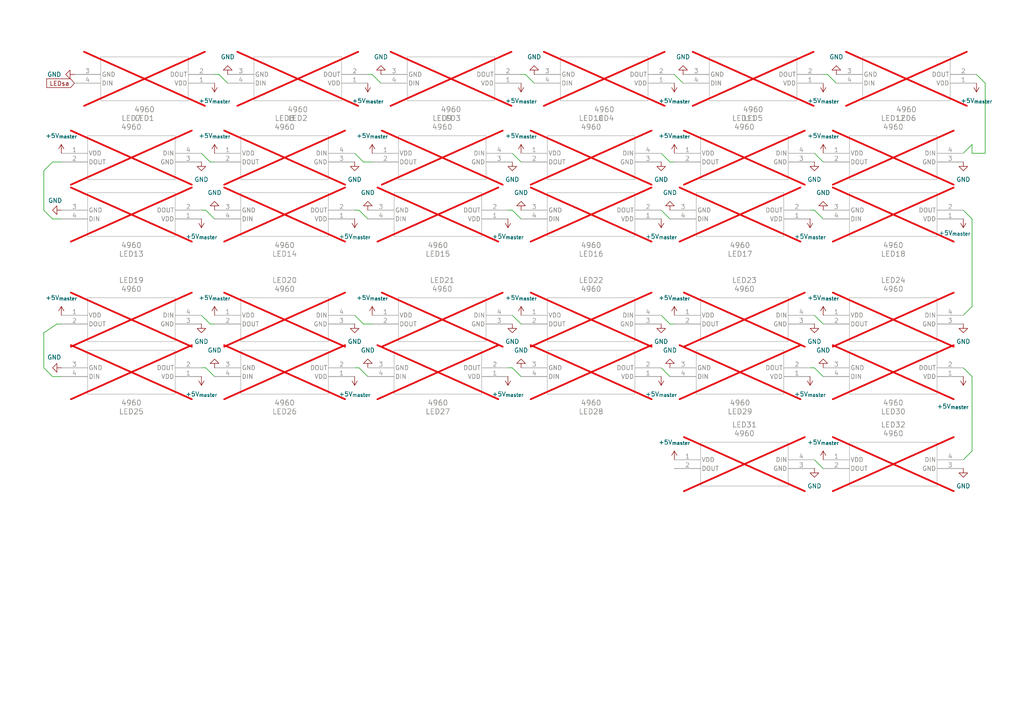
<source format=kicad_sch>
(kicad_sch (version 20250114) (generator "eeschema") (generator_version "9.0")
  (paper "A4")
  (lib_symbols
    (symbol "leds:4960" (pin_names (offset 0.254))
      (property "Reference" "LED" (at 20.32 10.16 0))
      (property "Value" "4960" (at 20.32 7.62 0))
      (symbol "4960_0_1"
        (polyline (pts (xy 7.62 5.08) (xy 7.62 -7.62)) (stroke (width 0.127)))
        (polyline (pts (xy 7.62 -7.62) (xy 33.02 -7.62)) (stroke (width 0.127)))
        (polyline (pts (xy 33.02 5.08) (xy 7.62 5.08)) (stroke (width 0.127)))
        (polyline (pts (xy 33.02 -7.62) (xy 33.02 5.08)) (stroke (width 0.127)))
        (pin power_in line (at 0 0 0) (length 7.62) (name "VDD") (number "1"))
        (pin output line (at 0 -2.54 0) (length 7.62) (name "DOUT") (number "2"))
        (pin input line (at 40.64 0 180) (length 7.62) (name "DIN") (number "4"))
        (pin power_out line (at 40.64 -2.54 180) (length 7.62) (name "GND") (number "3"))
      )
    )
    (symbol "power:+5V" (power) (pin_numbers (hide yes)) (pin_names (offset 0) (hide yes))
      (property "Value" "+5V" (at 0 3.556 0))
      (symbol "+5V_0_1"
        (polyline (pts (xy -0.762 1.27) (xy 0 2.54)))
        (polyline (pts (xy 0 2.54) (xy 0.762 1.27)))
        (polyline (pts (xy 0 0) (xy 0 2.54)))
      )
      (symbol "+5V_1_1"
        (pin power_in line (at 0 0 90) (length 0) (name "~") (number "1"))
      )
    )
    (symbol "power:GND" (power) (pin_numbers (hide yes)) (pin_names (offset 0) (hide yes))
      (property "Value" "GND" (at 0 -3.81 0))
      (symbol "GND_0_1"
        (polyline (pts (xy 0 0) (xy 0 -1.27) (xy 1.27 -1.27) (xy 0 -2.54) (xy -1.27 -1.27) (xy 0 -1.27)))
      )
      (symbol "GND_1_1"
        (pin power_in line (at 0 0 270) (length 0) (name "~") (number "1"))
      )
    )
  )
  (wire (pts (xy 285.75 44.45) (xy 285.75 24.13)))
  (wire (pts (xy 15.24 46.99) (xy 12.7 49.53)))
  (wire (pts (xy 62.23 46.99) (xy 60.96 46.99)))
  (wire (pts (xy 191.77 60.96) (xy 194.31 63.5)))
  (wire (pts (xy 12.7 49.53) (xy 12.7 60.96)))
  (wire (pts (xy 59.69 60.96) (xy 62.23 63.5)))
  (wire (pts (xy 281.94 130.81) (xy 279.4 133.35)))
  (wire (pts (xy 12.7 106.68) (xy 15.24 109.22)))
  (wire (pts (xy 236.22 60.96) (xy 238.76 63.5)))
  (wire (pts (xy 151.13 21.59) (xy 152.4 21.59)))
  (wire (pts (xy 234.95 60.96) (xy 236.22 60.96)))
  (wire (pts (xy 281.94 88.9) (xy 279.4 91.44)))
  (wire (pts (xy 148.59 60.96) (xy 151.13 63.5)))
  (wire (pts (xy 102.87 44.45) (xy 105.41 46.99)))
  (wire (pts (xy 238.76 46.99) (xy 236.22 44.45)))
  (wire (pts (xy 147.32 106.68) (xy 148.59 106.68)))
  (wire (pts (xy 60.96 46.99) (xy 58.42 44.45)))
  (wire (pts (xy 152.4 21.59) (xy 154.94 24.13)))
  (wire (pts (xy 281.94 109.22) (xy 281.94 130.81)))
  (wire (pts (xy 62.23 93.98) (xy 60.96 93.98)))
  (wire (pts (xy 240.03 21.59) (xy 242.57 24.13)))
  (wire (pts (xy 281.94 44.45) (xy 281.94 41.91)))
  (wire (pts (xy 104.14 60.96) (xy 106.68 63.5)))
  (wire (pts (xy 58.42 106.68) (xy 59.69 106.68)))
  (wire (pts (xy 58.42 60.96) (xy 59.69 60.96)))
  (wire (pts (xy 102.87 91.44) (xy 105.41 93.98)))
  (wire (pts (xy 62.23 21.59) (xy 63.5 21.59)))
  (wire (pts (xy 238.76 135.89) (xy 236.22 133.35)))
  (wire (pts (xy 147.32 60.96) (xy 148.59 60.96)))
  (wire (pts (xy 151.13 93.98) (xy 148.59 91.44)))
  (wire (pts (xy 106.68 21.59) (xy 107.95 21.59)))
  (wire (pts (xy 17.78 93.98) (xy 16.51 93.98)))
  (wire (pts (xy 234.95 106.68) (xy 236.22 106.68)))
  (wire (pts (xy 17.78 46.99) (xy 15.24 46.99)))
  (wire (pts (xy 15.24 109.22) (xy 17.78 109.22)))
  (wire (pts (xy 148.59 106.68) (xy 151.13 109.22)))
  (wire (pts (xy 12.7 96.52) (xy 12.7 106.68)))
  (wire (pts (xy 63.5 21.59) (xy 66.04 24.13)))
  (wire (pts (xy 281.94 44.45) (xy 285.75 44.45)))
  (wire (pts (xy 238.76 21.59) (xy 240.03 21.59)))
  (wire (pts (xy 194.31 93.98) (xy 191.77 91.44)))
  (wire (pts (xy 59.69 106.68) (xy 62.23 109.22)))
  (wire (pts (xy 283.21 21.59) (xy 285.75 24.13)))
  (wire (pts (xy 102.87 60.96) (xy 104.14 60.96)))
  (wire (pts (xy 191.77 106.68) (xy 194.31 109.22)))
  (wire (pts (xy 104.14 106.68) (xy 106.68 109.22)))
  (wire (pts (xy 236.22 106.68) (xy 238.76 109.22)))
  (wire (pts (xy 16.51 93.98) (xy 12.7 96.52)))
  (wire (pts (xy 15.24 63.5) (xy 17.78 63.5)))
  (wire (pts (xy 107.95 46.99) (xy 105.41 46.99)))
  (wire (pts (xy 281.94 63.5) (xy 281.94 88.9)))
  (wire (pts (xy 279.4 60.96) (xy 281.94 63.5)))
  (wire (pts (xy 195.58 46.99) (xy 194.31 46.99)))
  (wire (pts (xy 107.95 21.59) (xy 110.49 24.13)))
  (wire (pts (xy 195.58 93.98) (xy 194.31 93.98)))
  (wire (pts (xy 238.76 93.98) (xy 236.22 91.44)))
  (wire (pts (xy 279.4 106.68) (xy 281.94 109.22)))
  (wire (pts (xy 195.58 21.59) (xy 198.12 24.13)))
  (wire (pts (xy 151.13 46.99) (xy 148.59 44.45)))
  (wire (pts (xy 102.87 106.68) (xy 104.14 106.68)))
  (wire (pts (xy 60.96 93.98) (xy 58.42 91.44)))
  (wire (pts (xy 281.94 41.91) (xy 279.4 44.45)))
  (wire (pts (xy 12.7 60.96) (xy 15.24 63.5)))
  (wire (pts (xy 107.95 93.98) (xy 105.41 93.98)))
  (wire (pts (xy 194.31 46.99) (xy 191.77 44.45)))
  (global_label "LEDsa" (shape input) (at 21.59 24.13 180) (property "Intersheetrefs" "${INTERSHEET_REFS}" (effects (hide yes))))
  (symbol (lib_id "power:GND") (at 106.68 60.96 180) (unit 1)
    (property "Reference" "#PWR094" (effects (hide yes)))
    (property "Value" "GND" (at 106.68 55.88 0))
    (property "Description" "Power symbol creates a global label with name \"GND\" , ground" (effects (hide yes)))
  )
  (symbol (lib_id "leds:4960") (at 106.68 24.13 180) (unit 1) (dnp yes)
    (property "Reference" "LED2" (at 86.36 34.29 0) (effects (font (size 1.524 1.524))))
    (property "Value" "4960" (at 86.36 31.75 0) (effects (font (size 1.524 1.524))))
    (property "Footprint" "Custom Lib:4960_ADA" (effects (hide yes)))
    (property "Datasheet" "4960" (effects (hide yes)))
  )
  (symbol (lib_id "leds:4960") (at 195.58 44.45 0) (unit 1) (dnp yes)
    (property "Reference" "LED11" (at 215.9 34.29 0) (effects (font (size 1.524 1.524))))
    (property "Value" "4960" (at 215.9 36.83 0) (effects (font (size 1.524 1.524))))
    (property "Footprint" "Custom Lib:4960_ADA" (effects (hide yes)))
    (property "Datasheet" "4960" (effects (hide yes)))
  )
  (symbol (lib_id "power:GND") (at 110.49 21.59 180) (unit 1)
    (property "Reference" "#PWR070" (effects (hide yes)))
    (property "Value" "GND" (at 110.49 16.51 0))
    (property "Description" "Power symbol creates a global label with name \"GND\" , ground" (effects (hide yes)))
  )
  (symbol (lib_id "leds:4960") (at 195.58 24.13 180) (unit 1) (dnp yes)
    (property "Reference" "LED4" (at 175.26 34.29 0) (effects (font (size 1.524 1.524))))
    (property "Value" "4960" (at 175.26 31.75 0) (effects (font (size 1.524 1.524))))
    (property "Footprint" "Custom Lib:4960_ADA" (effects (hide yes)))
    (property "Datasheet" "4960" (effects (hide yes)))
  )
  (symbol (lib_id "leds:4960") (at 151.13 91.44 0) (unit 1) (dnp yes)
    (property "Reference" "LED22" (at 171.45 81.28 0) (effects (font (size 1.524 1.524))))
    (property "Value" "4960" (at 171.45 83.82 0) (effects (font (size 1.524 1.524))))
    (property "Footprint" "Custom Lib:4960_ADA" (effects (hide yes)))
    (property "Datasheet" "4960" (effects (hide yes)))
  )
  (symbol (lib_id "power:GND") (at 191.77 93.98 0) (unit 1)
    (property "Reference" "#PWR0113" (effects (hide yes)))
    (property "Value" "GND" (at 191.77 99.06 0))
    (property "Description" "Power symbol creates a global label with name \"GND\" , ground" (effects (hide yes)))
  )
  (symbol (lib_id "power:+5V") (at 107.95 91.44 0) (unit 1)
    (property "Reference" "#PWR0106" (effects (hide yes)))
    (property "Value" "+5V_{master}" (at 107.95 86.36 0))
    (property "Description" "Power symbol creates a global label with name \"+5V\"" (effects (hide yes)))
  )
  (symbol (lib_id "power:GND") (at 279.4 93.98 0) (unit 1)
    (property "Reference" "#PWR0115" (effects (hide yes)))
    (property "Value" "GND" (at 279.4 99.06 0))
    (property "Description" "Power symbol creates a global label with name \"GND\" , ground" (effects (hide yes)))
  )
  (symbol (lib_id "leds:4960") (at 58.42 63.5 180) (unit 1) (dnp yes)
    (property "Reference" "LED13" (at 38.1 73.66 0) (effects (font (size 1.524 1.524))))
    (property "Value" "4960" (at 38.1 71.12 0) (effects (font (size 1.524 1.524))))
    (property "Footprint" "Custom Lib:4960_ADA" (effects (hide yes)))
    (property "Datasheet" "4960" (effects (hide yes)))
  )
  (symbol (lib_id "leds:4960") (at 102.87 63.5 180) (unit 1) (dnp yes)
    (property "Reference" "LED14" (at 82.55 73.66 0) (effects (font (size 1.524 1.524))))
    (property "Value" "4960" (at 82.55 71.12 0) (effects (font (size 1.524 1.524))))
    (property "Footprint" "Custom Lib:4960_ADA" (effects (hide yes)))
    (property "Datasheet" "4960" (effects (hide yes)))
  )
  (symbol (lib_id "power:GND") (at 148.59 93.98 0) (unit 1)
    (property "Reference" "#PWR0112" (effects (hide yes)))
    (property "Value" "GND" (at 148.59 99.06 0))
    (property "Description" "Power symbol creates a global label with name \"GND\" , ground" (effects (hide yes)))
  )
  (symbol (lib_id "power:GND") (at 279.4 46.99 0) (unit 1)
    (property "Reference" "#PWR091" (effects (hide yes)))
    (property "Value" "GND" (at 279.4 52.07 0))
    (property "Description" "Power symbol creates a global label with name \"GND\" , ground" (effects (hide yes)))
  )
  (symbol (lib_id "power:GND") (at 102.87 93.98 0) (unit 1)
    (property "Reference" "#PWR0111" (effects (hide yes)))
    (property "Value" "GND" (at 102.87 99.06 0))
    (property "Description" "Power symbol creates a global label with name \"GND\" , ground" (effects (hide yes)))
  )
  (symbol (lib_id "leds:4960") (at 234.95 109.22 180) (unit 1) (dnp yes)
    (property "Reference" "LED29" (at 214.63 119.38 0) (effects (font (size 1.524 1.524))))
    (property "Value" "4960" (at 214.63 116.84 0) (effects (font (size 1.524 1.524))))
    (property "Footprint" "Custom Lib:4960_ADA" (effects (hide yes)))
    (property "Datasheet" "4960" (effects (hide yes)))
  )
  (symbol (lib_id "leds:4960") (at 102.87 109.22 180) (unit 1) (dnp yes)
    (property "Reference" "LED26" (at 82.55 119.38 0) (effects (font (size 1.524 1.524))))
    (property "Value" "4960" (at 82.55 116.84 0) (effects (font (size 1.524 1.524))))
    (property "Footprint" "Custom Lib:4960_ADA" (effects (hide yes)))
    (property "Datasheet" "4960" (effects (hide yes)))
  )
  (symbol (lib_id "power:GND") (at 236.22 46.99 0) (unit 1)
    (property "Reference" "#PWR090" (effects (hide yes)))
    (property "Value" "GND" (at 236.22 52.07 0))
    (property "Description" "Power symbol creates a global label with name \"GND\" , ground" (effects (hide yes)))
  )
  (symbol (lib_id "power:GND") (at 191.77 46.99 0) (unit 1)
    (property "Reference" "#PWR089" (effects (hide yes)))
    (property "Value" "GND" (at 191.77 52.07 0))
    (property "Description" "Power symbol creates a global label with name \"GND\" , ground" (effects (hide yes)))
  )
  (symbol (lib_id "power:+5V") (at 151.13 24.13 180) (unit 1)
    (property "Reference" "#PWR076" (effects (hide yes)))
    (property "Value" "+5V_{master}" (at 151.13 29.21 0))
    (property "Description" "Power symbol creates a global label with name \"+5V\"" (effects (hide yes)))
  )
  (symbol (lib_id "power:GND") (at 242.57 21.59 180) (unit 1)
    (property "Reference" "#PWR073" (effects (hide yes)))
    (property "Value" "GND" (at 242.57 16.51 0))
    (property "Description" "Power symbol creates a global label with name \"GND\" , ground" (effects (hide yes)))
  )
  (symbol (lib_id "power:GND") (at 236.22 93.98 0) (unit 1)
    (property "Reference" "#PWR0114" (effects (hide yes)))
    (property "Value" "GND" (at 236.22 99.06 0))
    (property "Description" "Power symbol creates a global label with name \"GND\" , ground" (effects (hide yes)))
  )
  (symbol (lib_id "power:+5V") (at 191.77 109.22 180) (unit 1)
    (property "Reference" "#PWR0125" (effects (hide yes)))
    (property "Value" "+5V_{master}" (at 191.77 114.3 0))
    (property "Description" "Power symbol creates a global label with name \"+5V\"" (effects (hide yes)))
  )
  (symbol (lib_id "leds:4960") (at 279.4 109.22 180) (unit 1) (dnp yes)
    (property "Reference" "LED30" (at 259.08 119.38 0) (effects (font (size 1.524 1.524))))
    (property "Value" "4960" (at 259.08 116.84 0) (effects (font (size 1.524 1.524))))
    (property "Footprint" "Custom Lib:4960_ADA" (effects (hide yes)))
    (property "Datasheet" "4960" (effects (hide yes)))
  )
  (symbol (lib_id "power:GND") (at 148.59 46.99 0) (unit 1)
    (property "Reference" "#PWR088" (effects (hide yes)))
    (property "Value" "GND" (at 148.59 52.07 0))
    (property "Description" "Power symbol creates a global label with name \"GND\" , ground" (effects (hide yes)))
  )
  (symbol (lib_id "leds:4960") (at 151.13 44.45 0) (unit 1) (dnp yes)
    (property "Reference" "LED10" (at 171.45 34.29 0) (effects (font (size 1.524 1.524))))
    (property "Value" "4960" (at 171.45 36.83 0) (effects (font (size 1.524 1.524))))
    (property "Footprint" "Custom Lib:4960_ADA" (effects (hide yes)))
    (property "Datasheet" "4960" (effects (hide yes)))
  )
  (symbol (lib_id "leds:4960") (at 62.23 44.45 0) (unit 1) (dnp yes)
    (property "Reference" "LED8" (at 82.55 34.29 0) (effects (font (size 1.524 1.524))))
    (property "Value" "4960" (at 82.55 36.83 0) (effects (font (size 1.524 1.524))))
    (property "Footprint" "Custom Lib:4960_ADA" (effects (hide yes)))
    (property "Datasheet" "4960" (effects (hide yes)))
  )
  (symbol (lib_id "power:GND") (at 58.42 46.99 0) (unit 1)
    (property "Reference" "#PWR086" (effects (hide yes)))
    (property "Value" "GND" (at 58.42 52.07 0))
    (property "Description" "Power symbol creates a global label with name \"GND\" , ground" (effects (hide yes)))
  )
  (symbol (lib_id "power:+5V") (at 283.21 24.13 180) (unit 1)
    (property "Reference" "#PWR079" (effects (hide yes)))
    (property "Value" "+5V_{master}" (at 283.21 29.21 0))
    (property "Description" "Power symbol creates a global label with name \"+5V\"" (effects (hide yes)))
  )
  (symbol (lib_id "leds:4960") (at 238.76 44.45 0) (unit 1) (dnp yes)
    (property "Reference" "LED12" (at 259.08 34.29 0) (effects (font (size 1.524 1.524))))
    (property "Value" "4960" (at 259.08 36.83 0) (effects (font (size 1.524 1.524))))
    (property "Footprint" "Custom Lib:4960_ADA" (effects (hide yes)))
    (property "Datasheet" "4960" (effects (hide yes)))
  )
  (symbol (lib_id "leds:4960") (at 195.58 91.44 0) (unit 1) (dnp yes)
    (property "Reference" "LED23" (at 215.9 81.28 0) (effects (font (size 1.524 1.524))))
    (property "Value" "4960" (at 215.9 83.82 0) (effects (font (size 1.524 1.524))))
    (property "Footprint" "Custom Lib:4960_ADA" (effects (hide yes)))
    (property "Datasheet" "4960" (effects (hide yes)))
  )
  (symbol (lib_id "power:GND") (at 198.12 21.59 180) (unit 1)
    (property "Reference" "#PWR072" (effects (hide yes)))
    (property "Value" "GND" (at 198.12 16.51 0))
    (property "Description" "Power symbol creates a global label with name \"GND\" , ground" (effects (hide yes)))
  )
  (symbol (lib_id "leds:4960") (at 147.32 109.22 180) (unit 1) (dnp yes)
    (property "Reference" "LED27" (at 127 119.38 0) (effects (font (size 1.524 1.524))))
    (property "Value" "4960" (at 127 116.84 0) (effects (font (size 1.524 1.524))))
    (property "Footprint" "Custom Lib:4960_ADA" (effects (hide yes)))
    (property "Datasheet" "4960" (effects (hide yes)))
  )
  (symbol (lib_id "power:GND") (at 238.76 106.68 180) (unit 1)
    (property "Reference" "#PWR0121" (effects (hide yes)))
    (property "Value" "GND" (at 238.76 101.6 0))
    (property "Description" "Power symbol creates a global label with name \"GND\" , ground" (effects (hide yes)))
  )
  (symbol (lib_id "power:+5V") (at 107.95 44.45 0) (unit 1)
    (property "Reference" "#PWR082" (effects (hide yes)))
    (property "Value" "+5V_{master}" (at 107.95 39.37 0))
    (property "Description" "Power symbol creates a global label with name \"+5V\"" (effects (hide yes)))
  )
  (symbol (lib_id "power:+5V") (at 279.4 63.5 180) (unit 1)
    (property "Reference" "#PWR0103" (effects (hide yes)))
    (property "Value" "+5V_{master}" (at 276.86 67.564 0))
    (property "Description" "Power symbol creates a global label with name \"+5V\"" (effects (hide yes)))
  )
  (symbol (lib_id "power:GND") (at 21.59 21.59 270) (unit 1)
    (property "Reference" "#PWR068" (effects (hide yes)))
    (property "Value" "GND" (at 17.78 21.5901 90) (effects (justify right)))
    (property "Description" "Power symbol creates a global label with name \"GND\" , ground" (effects (hide yes)))
  )
  (symbol (lib_id "power:+5V") (at 106.68 24.13 180) (unit 1)
    (property "Reference" "#PWR075" (effects (hide yes)))
    (property "Value" "+5V_{master}" (at 106.68 29.21 0))
    (property "Description" "Power symbol creates a global label with name \"+5V\"" (effects (hide yes)))
  )
  (symbol (lib_id "power:+5V") (at 195.58 133.35 0) (unit 1)
    (property "Reference" "#PWR0128" (effects (hide yes)))
    (property "Value" "+5V_{master}" (at 195.58 128.27 0))
    (property "Description" "Power symbol creates a global label with name \"+5V\"" (effects (hide yes)))
  )
  (symbol (lib_id "power:+5V") (at 195.58 44.45 0) (unit 1)
    (property "Reference" "#PWR084" (effects (hide yes)))
    (property "Value" "+5V_{master}" (at 195.58 39.37 0))
    (property "Description" "Power symbol creates a global label with name \"+5V\"" (effects (hide yes)))
  )
  (symbol (lib_id "power:GND") (at 62.23 60.96 180) (unit 1)
    (property "Reference" "#PWR093" (effects (hide yes)))
    (property "Value" "GND" (at 62.23 55.88 0))
    (property "Description" "Power symbol creates a global label with name \"GND\" , ground" (effects (hide yes)))
  )
  (symbol (lib_id "power:+5V") (at 62.23 91.44 0) (unit 1)
    (property "Reference" "#PWR0105" (effects (hide yes)))
    (property "Value" "+5V_{master}" (at 62.23 86.36 0))
    (property "Description" "Power symbol creates a global label with name \"+5V\"" (effects (hide yes)))
  )
  (symbol (lib_id "leds:4960") (at 107.95 44.45 0) (unit 1) (dnp yes)
    (property "Reference" "LED9" (at 128.27 34.29 0) (effects (font (size 1.524 1.524))))
    (property "Value" "4960" (at 128.27 36.83 0) (effects (font (size 1.524 1.524))))
    (property "Footprint" "Custom Lib:4960_ADA" (effects (hide yes)))
    (property "Datasheet" "4960" (effects (hide yes)))
  )
  (symbol (lib_id "leds:4960") (at 17.78 91.44 0) (unit 1) (dnp yes)
    (property "Reference" "LED19" (at 38.1 81.28 0) (effects (font (size 1.524 1.524))))
    (property "Value" "4960" (at 38.1 83.82 0) (effects (font (size 1.524 1.524))))
    (property "Footprint" "Custom Lib:4960_ADA" (effects (hide yes)))
    (property "Datasheet" "4960" (effects (hide yes)))
  )
  (symbol (lib_id "power:GND") (at 151.13 60.96 180) (unit 1)
    (property "Reference" "#PWR095" (effects (hide yes)))
    (property "Value" "GND" (at 151.13 55.88 0))
    (property "Description" "Power symbol creates a global label with name \"GND\" , ground" (effects (hide yes)))
  )
  (symbol (lib_id "leds:4960") (at 283.21 24.13 180) (unit 1) (dnp yes)
    (property "Reference" "LED6" (at 262.89 34.29 0) (effects (font (size 1.524 1.524))))
    (property "Value" "4960" (at 262.89 31.75 0) (effects (font (size 1.524 1.524))))
    (property "Footprint" "Custom Lib:4960_ADA" (effects (hide yes)))
    (property "Datasheet" "4960" (effects (hide yes)))
  )
  (symbol (lib_id "leds:4960") (at 238.76 24.13 180) (unit 1) (dnp yes)
    (property "Reference" "LED5" (at 218.44 34.29 0) (effects (font (size 1.524 1.524))))
    (property "Value" "4960" (at 218.44 31.75 0) (effects (font (size 1.524 1.524))))
    (property "Footprint" "Custom Lib:4960_ADA" (effects (hide yes)))
    (property "Datasheet" "4960" (effects (hide yes)))
  )
  (symbol (lib_id "power:GND") (at 17.78 106.68 270) (unit 1)
    (property "Reference" "#PWR0116" (effects (hide yes)))
    (property "Value" "GND" (at 17.78 103.632 90) (effects (justify right)))
    (property "Description" "Power symbol creates a global label with name \"GND\" , ground" (effects (hide yes)))
  )
  (symbol (lib_id "power:GND") (at 62.23 106.68 180) (unit 1)
    (property "Reference" "#PWR0117" (effects (hide yes)))
    (property "Value" "GND" (at 62.23 101.6 0))
    (property "Description" "Power symbol creates a global label with name \"GND\" , ground" (effects (hide yes)))
  )
  (symbol (lib_id "power:+5V") (at 102.87 63.5 180) (unit 1)
    (property "Reference" "#PWR099" (effects (hide yes)))
    (property "Value" "+5V_{master}" (at 102.87 68.58 0))
    (property "Description" "Power symbol creates a global label with name \"+5V\"" (effects (hide yes)))
  )
  (symbol (lib_id "leds:4960") (at 151.13 24.13 180) (unit 1) (dnp yes)
    (property "Reference" "LED3" (at 130.81 34.29 0) (effects (font (size 1.524 1.524))))
    (property "Value" "4960" (at 130.81 31.75 0) (effects (font (size 1.524 1.524))))
    (property "Footprint" "Custom Lib:4960_ADA" (effects (hide yes)))
    (property "Datasheet" "4960" (effects (hide yes)))
  )
  (symbol (lib_id "power:+5V") (at 17.78 44.45 0) (unit 1)
    (property "Reference" "#PWR080" (effects (hide yes)))
    (property "Value" "+5V_{master}" (at 17.78 39.37 0))
    (property "Description" "Power symbol creates a global label with name \"+5V\"" (effects (hide yes)))
  )
  (symbol (lib_id "power:GND") (at 194.31 60.96 180) (unit 1)
    (property "Reference" "#PWR096" (effects (hide yes)))
    (property "Value" "GND" (at 194.31 55.88 0))
    (property "Description" "Power symbol creates a global label with name \"GND\" , ground" (effects (hide yes)))
  )
  (symbol (lib_id "leds:4960") (at 234.95 63.5 180) (unit 1) (dnp yes)
    (property "Reference" "LED17" (at 214.63 73.66 0) (effects (font (size 1.524 1.524))))
    (property "Value" "4960" (at 214.63 71.12 0) (effects (font (size 1.524 1.524))))
    (property "Footprint" "Custom Lib:4960_ADA" (effects (hide yes)))
    (property "Datasheet" "4960" (effects (hide yes)))
  )
  (symbol (lib_id "leds:4960") (at 62.23 24.13 180) (unit 1) (dnp yes)
    (property "Reference" "LED1" (at 41.91 34.29 0) (effects (font (size 1.524 1.524))))
    (property "Value" "4960" (at 41.91 31.75 0) (effects (font (size 1.524 1.524))))
    (property "Footprint" "Custom Lib:4960_ADA" (effects (hide yes)))
    (property "Datasheet" "4960" (effects (hide yes)))
  )
  (symbol (lib_id "power:+5V") (at 191.77 63.5 180) (unit 1)
    (property "Reference" "#PWR0101" (effects (hide yes)))
    (property "Value" "+5V_{master}" (at 191.77 68.58 0))
    (property "Description" "Power symbol creates a global label with name \"+5V\"" (effects (hide yes)))
  )
  (symbol (lib_id "power:GND") (at 236.22 135.89 0) (unit 1)
    (property "Reference" "#PWR0130" (effects (hide yes)))
    (property "Value" "GND" (at 236.22 140.97 0))
    (property "Description" "Power symbol creates a global label with name \"GND\" , ground" (effects (hide yes)))
  )
  (symbol (lib_id "power:+5V") (at 234.95 109.22 180) (unit 1)
    (property "Reference" "#PWR0126" (effects (hide yes)))
    (property "Value" "+5V_{master}" (at 234.95 114.3 0))
    (property "Description" "Power symbol creates a global label with name \"+5V\"" (effects (hide yes)))
  )
  (symbol (lib_id "power:GND") (at 102.87 46.99 0) (unit 1)
    (property "Reference" "#PWR087" (effects (hide yes)))
    (property "Value" "GND" (at 102.87 52.07 0))
    (property "Description" "Power symbol creates a global label with name \"GND\" , ground" (effects (hide yes)))
  )
  (symbol (lib_id "power:+5V") (at 102.87 109.22 180) (unit 1)
    (property "Reference" "#PWR0123" (effects (hide yes)))
    (property "Value" "+5V_{master}" (at 102.87 114.3 0))
    (property "Description" "Power symbol creates a global label with name \"+5V\"" (effects (hide yes)))
  )
  (symbol (lib_id "leds:4960") (at 238.76 133.35 0) (unit 1) (dnp yes)
    (property "Reference" "LED32" (at 259.08 123.19 0) (effects (font (size 1.524 1.524))))
    (property "Value" "4960" (at 259.08 125.73 0) (effects (font (size 1.524 1.524))))
    (property "Footprint" "Custom Lib:4960_ADA" (effects (hide yes)))
    (property "Datasheet" "4960" (effects (hide yes)))
  )
  (symbol (lib_id "leds:4960") (at 62.23 91.44 0) (unit 1) (dnp yes)
    (property "Reference" "LED20" (at 82.55 81.28 0) (effects (font (size 1.524 1.524))))
    (property "Value" "4960" (at 82.55 83.82 0) (effects (font (size 1.524 1.524))))
    (property "Footprint" "Custom Lib:4960_ADA" (effects (hide yes)))
    (property "Datasheet" "4960" (effects (hide yes)))
  )
  (symbol (lib_id "power:+5V") (at 279.4 109.22 180) (unit 1)
    (property "Reference" "#PWR0127" (effects (hide yes)))
    (property "Value" "+5V_{master}" (at 276.352 117.856 0))
    (property "Description" "Power symbol creates a global label with name \"+5V\"" (effects (hide yes)))
  )
  (symbol (lib_id "power:+5V") (at 147.32 63.5 180) (unit 1)
    (property "Reference" "#PWR0100" (effects (hide yes)))
    (property "Value" "+5V_{master}" (at 147.32 68.58 0))
    (property "Description" "Power symbol creates a global label with name \"+5V\"" (effects (hide yes)))
  )
  (symbol (lib_id "power:GND") (at 17.78 60.96 270) (unit 1)
    (property "Reference" "#PWR092" (effects (hide yes)))
    (property "Value" "GND" (at 18.034 58.166 90) (effects (justify right)))
    (property "Description" "Power symbol creates a global label with name \"GND\" , ground" (effects (hide yes)))
  )
  (symbol (lib_id "power:+5V") (at 147.32 109.22 180) (unit 1)
    (property "Reference" "#PWR0124" (effects (hide yes)))
    (property "Value" "+5V_{master}" (at 147.32 114.3 0))
    (property "Description" "Power symbol creates a global label with name \"+5V\"" (effects (hide yes)))
  )
  (symbol (lib_id "leds:4960") (at 58.42 109.22 180) (unit 1) (dnp yes)
    (property "Reference" "LED25" (at 38.1 119.38 0) (effects (font (size 1.524 1.524))))
    (property "Value" "4960" (at 38.1 116.84 0) (effects (font (size 1.524 1.524))))
    (property "Footprint" "Custom Lib:4960_ADA" (effects (hide yes)))
    (property "Datasheet" "4960" (effects (hide yes)))
  )
  (symbol (lib_id "power:+5V") (at 58.42 109.22 180) (unit 1)
    (property "Reference" "#PWR0122" (effects (hide yes)))
    (property "Value" "+5V_{master}" (at 58.42 114.3 0))
    (property "Description" "Power symbol creates a global label with name \"+5V\"" (effects (hide yes)))
  )
  (symbol (lib_id "power:+5V") (at 238.76 91.44 0) (unit 1)
    (property "Reference" "#PWR0109" (effects (hide yes)))
    (property "Value" "+5V_{master}" (at 238.76 86.36 0))
    (property "Description" "Power symbol creates a global label with name \"+5V\"" (effects (hide yes)))
  )
  (symbol (lib_id "power:+5V") (at 151.13 91.44 0) (unit 1)
    (property "Reference" "#PWR0107" (effects (hide yes)))
    (property "Value" "+5V_{master}" (at 151.13 86.36 0))
    (property "Description" "Power symbol creates a global label with name \"+5V\"" (effects (hide yes)))
  )
  (symbol (lib_id "power:GND") (at 66.04 21.59 180) (unit 1)
    (property "Reference" "#PWR069" (effects (hide yes)))
    (property "Value" "GND" (at 66.04 16.51 0))
    (property "Description" "Power symbol creates a global label with name \"GND\" , ground" (effects (hide yes)))
  )
  (symbol (lib_id "leds:4960") (at 195.58 133.35 0) (unit 1) (dnp yes)
    (property "Reference" "LED31" (at 215.9 123.19 0) (effects (font (size 1.524 1.524))))
    (property "Value" "4960" (at 215.9 125.73 0) (effects (font (size 1.524 1.524))))
    (property "Footprint" "Custom Lib:4960_ADA" (effects (hide yes)))
    (property "Datasheet" "4960" (effects (hide yes)))
  )
  (symbol (lib_id "leds:4960") (at 147.32 63.5 180) (unit 1) (dnp yes)
    (property "Reference" "LED15" (at 127 73.66 0) (effects (font (size 1.524 1.524))))
    (property "Value" "4960" (at 127 71.12 0) (effects (font (size 1.524 1.524))))
    (property "Footprint" "Custom Lib:4960_ADA" (effects (hide yes)))
    (property "Datasheet" "4960" (effects (hide yes)))
  )
  (symbol (lib_id "power:+5V") (at 195.58 24.13 180) (unit 1)
    (property "Reference" "#PWR077" (effects (hide yes)))
    (property "Value" "+5V_{master}" (at 195.58 29.21 0))
    (property "Description" "Power symbol creates a global label with name \"+5V\"" (effects (hide yes)))
  )
  (symbol (lib_id "power:+5V") (at 234.95 63.5 180) (unit 1)
    (property "Reference" "#PWR0102" (effects (hide yes)))
    (property "Value" "+5V_{master}" (at 234.95 68.58 0))
    (property "Description" "Power symbol creates a global label with name \"+5V\"" (effects (hide yes)))
  )
  (symbol (lib_id "power:+5V") (at 195.58 91.44 0) (unit 1)
    (property "Reference" "#PWR0108" (effects (hide yes)))
    (property "Value" "+5V_{master}" (at 195.58 86.36 0))
    (property "Description" "Power symbol creates a global label with name \"+5V\"" (effects (hide yes)))
  )
  (symbol (lib_id "leds:4960") (at 191.77 109.22 180) (unit 1) (dnp yes)
    (property "Reference" "LED28" (at 171.45 119.38 0) (effects (font (size 1.524 1.524))))
    (property "Value" "4960" (at 171.45 116.84 0) (effects (font (size 1.524 1.524))))
    (property "Footprint" "Custom Lib:4960_ADA" (effects (hide yes)))
    (property "Datasheet" "4960" (effects (hide yes)))
  )
  (symbol (lib_id "leds:4960") (at 238.76 91.44 0) (unit 1) (dnp yes)
    (property "Reference" "LED24" (at 259.08 81.28 0) (effects (font (size 1.524 1.524))))
    (property "Value" "4960" (at 259.08 83.82 0) (effects (font (size 1.524 1.524))))
    (property "Footprint" "Custom Lib:4960_ADA" (effects (hide yes)))
    (property "Datasheet" "4960" (effects (hide yes)))
  )
  (symbol (lib_id "power:GND") (at 154.94 21.59 180) (unit 1)
    (property "Reference" "#PWR071" (effects (hide yes)))
    (property "Value" "GND" (at 154.94 16.51 0))
    (property "Description" "Power symbol creates a global label with name \"GND\" , ground" (effects (hide yes)))
  )
  (symbol (lib_id "power:GND") (at 194.31 106.68 180) (unit 1)
    (property "Reference" "#PWR0120" (effects (hide yes)))
    (property "Value" "GND" (at 194.31 101.6 0))
    (property "Description" "Power symbol creates a global label with name \"GND\" , ground" (effects (hide yes)))
  )
  (symbol (lib_id "power:+5V") (at 62.23 24.13 180) (unit 1)
    (property "Reference" "#PWR074" (effects (hide yes)))
    (property "Value" "+5V_{master}" (at 62.23 29.21 0))
    (property "Description" "Power symbol creates a global label with name \"+5V\"" (effects (hide yes)))
  )
  (symbol (lib_id "power:GND") (at 106.68 106.68 180) (unit 1)
    (property "Reference" "#PWR0118" (effects (hide yes)))
    (property "Value" "GND" (at 106.68 101.6 0))
    (property "Description" "Power symbol creates a global label with name \"GND\" , ground" (effects (hide yes)))
  )
  (symbol (lib_id "power:+5V") (at 238.76 24.13 180) (unit 1)
    (property "Reference" "#PWR078" (effects (hide yes)))
    (property "Value" "+5V_{master}" (at 238.76 29.21 0))
    (property "Description" "Power symbol creates a global label with name \"+5V\"" (effects (hide yes)))
  )
  (symbol (lib_id "power:GND") (at 238.76 60.96 180) (unit 1)
    (property "Reference" "#PWR097" (effects (hide yes)))
    (property "Value" "GND" (at 238.76 55.88 0))
    (property "Description" "Power symbol creates a global label with name \"GND\" , ground" (effects (hide yes)))
  )
  (symbol (lib_id "power:+5V") (at 58.42 63.5 180) (unit 1)
    (property "Reference" "#PWR098" (effects (hide yes)))
    (property "Value" "+5V_{master}" (at 58.42 68.58 0))
    (property "Description" "Power symbol creates a global label with name \"+5V\"" (effects (hide yes)))
  )
  (symbol (lib_id "power:GND") (at 279.4 135.89 0) (unit 1)
    (property "Reference" "#PWR0131" (effects (hide yes)))
    (property "Value" "GND" (at 279.4 140.97 0))
    (property "Description" "Power symbol creates a global label with name \"GND\" , ground" (effects (hide yes)))
  )
  (symbol (lib_id "leds:4960") (at 107.95 91.44 0) (unit 1) (dnp yes)
    (property "Reference" "LED21" (at 128.27 81.28 0) (effects (font (size 1.524 1.524))))
    (property "Value" "4960" (at 128.27 83.82 0) (effects (font (size 1.524 1.524))))
    (property "Footprint" "Custom Lib:4960_ADA" (effects (hide yes)))
    (property "Datasheet" "4960" (effects (hide yes)))
  )
  (symbol (lib_id "leds:4960") (at 17.78 44.45 0) (unit 1) (dnp yes)
    (property "Reference" "LED7" (at 38.1 34.29 0) (effects (font (size 1.524 1.524))))
    (property "Value" "4960" (at 38.1 36.83 0) (effects (font (size 1.524 1.524))))
    (property "Footprint" "Custom Lib:4960_ADA" (effects (hide yes)))
    (property "Datasheet" "4960" (effects (hide yes)))
  )
  (symbol (lib_id "power:GND") (at 58.42 93.98 0) (unit 1)
    (property "Reference" "#PWR0110" (effects (hide yes)))
    (property "Value" "GND" (at 58.42 99.06 0))
    (property "Description" "Power symbol creates a global label with name \"GND\" , ground" (effects (hide yes)))
  )
  (symbol (lib_id "power:+5V") (at 17.78 91.44 0) (unit 1)
    (property "Reference" "#PWR0104" (effects (hide yes)))
    (property "Value" "+5V_{master}" (at 17.78 86.36 0))
    (property "Description" "Power symbol creates a global label with name \"+5V\"" (effects (hide yes)))
  )
  (symbol (lib_id "power:+5V") (at 238.76 44.45 0) (unit 1)
    (property "Reference" "#PWR085" (effects (hide yes)))
    (property "Value" "+5V_{master}" (at 238.76 39.37 0))
    (property "Description" "Power symbol creates a global label with name \"+5V\"" (effects (hide yes)))
  )
  (symbol (lib_id "power:+5V") (at 62.23 44.45 0) (unit 1)
    (property "Reference" "#PWR081" (effects (hide yes)))
    (property "Value" "+5V_{master}" (at 62.23 39.37 0))
    (property "Description" "Power symbol creates a global label with name \"+5V\"" (effects (hide yes)))
  )
  (symbol (lib_id "power:+5V") (at 151.13 44.45 0) (unit 1)
    (property "Reference" "#PWR083" (effects (hide yes)))
    (property "Value" "+5V_{master}" (at 151.13 39.37 0))
    (property "Description" "Power symbol creates a global label with name \"+5V\"" (effects (hide yes)))
  )
  (symbol (lib_id "leds:4960") (at 191.77 63.5 180) (unit 1) (dnp yes)
    (property "Reference" "LED16" (at 171.45 73.66 0) (effects (font (size 1.524 1.524))))
    (property "Value" "4960" (at 171.45 71.12 0) (effects (font (size 1.524 1.524))))
    (property "Footprint" "Custom Lib:4960_ADA" (effects (hide yes)))
    (property "Datasheet" "4960" (effects (hide yes)))
  )
  (symbol (lib_id "leds:4960") (at 279.4 63.5 180) (unit 1) (dnp yes)
    (property "Reference" "LED18" (at 259.08 73.66 0) (effects (font (size 1.524 1.524))))
    (property "Value" "4960" (at 259.08 71.12 0) (effects (font (size 1.524 1.524))))
    (property "Footprint" "Custom Lib:4960_ADA" (effects (hide yes)))
    (property "Datasheet" "4960" (effects (hide yes)))
  )
  (symbol (lib_id "power:+5V") (at 238.76 133.35 0) (unit 1)
    (property "Reference" "#PWR0129" (effects (hide yes)))
    (property "Value" "+5V_{master}" (at 238.76 128.27 0))
    (property "Description" "Power symbol creates a global label with name \"+5V\"" (effects (hide yes)))
  )
  (symbol (lib_id "power:GND") (at 151.13 106.68 180) (unit 1)
    (property "Reference" "#PWR0119" (effects (hide yes)))
    (property "Value" "GND" (at 151.13 101.6 0))
    (property "Description" "Power symbol creates a global label with name \"GND\" , ground" (effects (hide yes)))
  )
)
</source>
